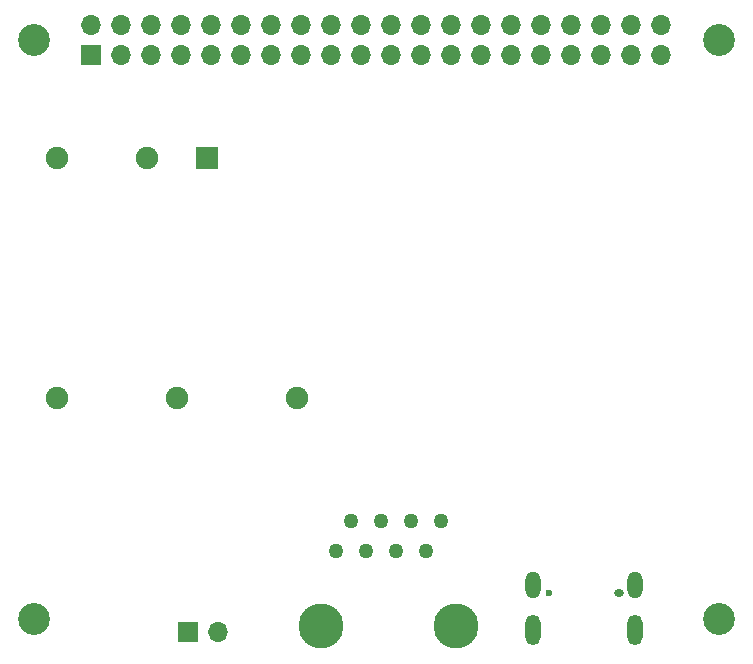
<source format=gbs>
G04 #@! TF.GenerationSoftware,KiCad,Pcbnew,8.0.0*
G04 #@! TF.CreationDate,2024-07-06T17:56:44-07:00*
G04 #@! TF.ProjectId,rpi_hat_v1,7270695f-6861-4745-9f76-312e6b696361,rev?*
G04 #@! TF.SameCoordinates,Original*
G04 #@! TF.FileFunction,Soldermask,Bot*
G04 #@! TF.FilePolarity,Negative*
%FSLAX46Y46*%
G04 Gerber Fmt 4.6, Leading zero omitted, Abs format (unit mm)*
G04 Created by KiCad (PCBNEW 8.0.0) date 2024-07-06 17:56:44*
%MOMM*%
%LPD*%
G01*
G04 APERTURE LIST*
G04 Aperture macros list*
%AMRoundRect*
0 Rectangle with rounded corners*
0 $1 Rounding radius*
0 $2 $3 $4 $5 $6 $7 $8 $9 X,Y pos of 4 corners*
0 Add a 4 corners polygon primitive as box body*
4,1,4,$2,$3,$4,$5,$6,$7,$8,$9,$2,$3,0*
0 Add four circle primitives for the rounded corners*
1,1,$1+$1,$2,$3*
1,1,$1+$1,$4,$5*
1,1,$1+$1,$6,$7*
1,1,$1+$1,$8,$9*
0 Add four rect primitives between the rounded corners*
20,1,$1+$1,$2,$3,$4,$5,0*
20,1,$1+$1,$4,$5,$6,$7,0*
20,1,$1+$1,$6,$7,$8,$9,0*
20,1,$1+$1,$8,$9,$2,$3,0*%
G04 Aperture macros list end*
%ADD10C,2.700000*%
%ADD11C,0.600000*%
%ADD12O,0.850000X0.600000*%
%ADD13O,1.300000X2.300000*%
%ADD14O,1.300000X2.600000*%
%ADD15R,1.700000X1.700000*%
%ADD16O,1.700000X1.700000*%
%ADD17C,1.270000*%
%ADD18C,3.810000*%
%ADD19RoundRect,0.102000X0.855000X0.855000X-0.855000X0.855000X-0.855000X-0.855000X0.855000X-0.855000X0*%
%ADD20C,1.914000*%
G04 APERTURE END LIST*
D10*
X161500000Y-47500000D03*
D11*
X147075000Y-94325000D03*
D12*
X153075000Y-94325000D03*
D13*
X145755000Y-93600000D03*
D14*
X145755000Y-97425000D03*
D13*
X154395000Y-93600000D03*
D14*
X154395000Y-97425000D03*
D10*
X103500000Y-96500000D03*
X103500000Y-47500000D03*
D15*
X116510000Y-97600000D03*
D16*
X119050000Y-97600000D03*
D10*
X161500000Y-96500000D03*
D17*
X129055000Y-90721000D03*
X130325000Y-88181000D03*
X131595000Y-90721000D03*
X132865000Y-88181000D03*
X134135000Y-90721000D03*
X135405000Y-88181000D03*
X136675000Y-90721000D03*
X137945000Y-88181000D03*
D18*
X127785000Y-97071000D03*
X139215000Y-97071000D03*
D15*
X108370000Y-48770000D03*
D16*
X108370000Y-46230000D03*
X110910000Y-48770000D03*
X110910000Y-46230000D03*
X113450000Y-48770000D03*
X113450000Y-46230000D03*
X115990000Y-48770000D03*
X115990000Y-46230000D03*
X118530000Y-48770000D03*
X118530000Y-46230000D03*
X121070000Y-48770000D03*
X121070000Y-46230000D03*
X123610000Y-48770000D03*
X123610000Y-46230000D03*
X126150000Y-48770000D03*
X126150000Y-46230000D03*
X128690000Y-48770000D03*
X128690000Y-46230000D03*
X131230000Y-48770000D03*
X131230000Y-46230000D03*
X133770000Y-48770000D03*
X133770000Y-46230000D03*
X136310000Y-48770000D03*
X136310000Y-46230000D03*
X138850000Y-48770000D03*
X138850000Y-46230000D03*
X141390000Y-48770000D03*
X141390000Y-46230000D03*
X143930000Y-48770000D03*
X143930000Y-46230000D03*
X146470000Y-48770000D03*
X146470000Y-46230000D03*
X149010000Y-48770000D03*
X149010000Y-46230000D03*
X151550000Y-48770000D03*
X151550000Y-46230000D03*
X154090000Y-48770000D03*
X154090000Y-46230000D03*
X156630000Y-48770000D03*
X156630000Y-46230000D03*
D19*
X118165000Y-57490000D03*
D20*
X113085000Y-57490000D03*
X105465000Y-57490000D03*
X105465000Y-77810000D03*
X115625000Y-77810000D03*
X125785000Y-77810000D03*
M02*

</source>
